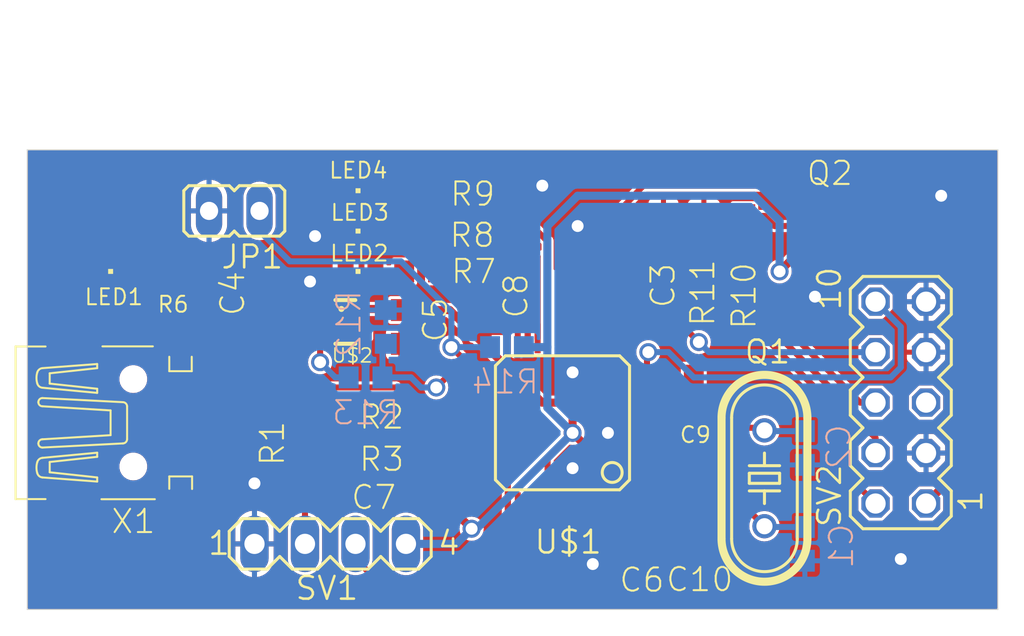
<source format=kicad_pcb>
(kicad_pcb (version 20211014) (generator pcbnew)
  (layers (0 "F.Cu" signal) (31 "B.Cu" signal) (34 "B.Paste" user) (35 "F.Paste" user) (36 "B.SilkS" user "B.Silkscreen") (37 "F.SilkS" user "F.Silkscreen") (38 "B.Mask" user) (39 "F.Mask" user) (44 "Edge.Cuts" user))
  (net 0 "")
  (net 1 "GND")
  (net 2 "+3V3")
  (net 3 "OSC_OUT")
  (net 4 "OSC_IN")
  (net 5 "+5V")
  (net 6 "D-")
  (net 7 "D+")
  (net 8 "USB_ENUMERATE")
  (net 9 "USB_DM")
  (net 10 "USB_DP")
  (net 11 "LED_G")
  (net 12 "LED_R")
  (net 13 "LED_Y1")
  (net 14 "LED_Y0")
  (net 15 "LED2")
  (net 16 "LED1")
  (net 17 "LED0")
  (net 18 "RST")
  (net 19 "TDI")
  (net 20 "TMS")
  (net 21 "TCK")
  (net 22 "TDO")
  (net 23 "PWR_BR")
  (net 24 "TPWR_DETECT")
  (net 25 "TPWR")
  (net 26 "TASTER")
  (net 27 "VBUS")
  (net 28 "RXD")
  (net 29 "TXD")
  (footprint "bmp_entropia:R0603" (layer "F.Cu") (at 143.9011 95.4926 180)
    (fp_text reference "R9" (at -3.7989 0.5176 180) (layer "F.SilkS") (effects (font (size 1.1684 1.1684) (thickness 0.1016)) (justify right top)))
    (fp_text value "470R")
    (pad "1" smd rect (at -0.85 0 180) (size 1 1.1) (layers "F.Cu" "F.Paste" "F.Mask") (net 17 "LED0"))
    (pad "2" smd rect (at 0.85 0 180) (size 1 1.1) (layers "F.Cu" "F.Paste" "F.Mask") (net 14 "LED_Y0"))
  )
  (footprint "bmp_entropia:CHIPLED_0603" (layer "F.Cu") (at 128.4071 99.5566 90)
    (fp_text reference "LED1" (at -0.8184 1.5679 180) (layer "F.SilkS") (effects (font (size 0.8 0.8) (thickness 0.1016)) (justify right top)))
    (fp_text value "green")
    (pad "A" smd rect (at 0 0.75 90) (size 0.8 0.8) (layers "F.Cu" "F.Paste" "F.Mask") (net 11 "LED_G"))
    (pad "C" smd rect (at 0 -0.75 90) (size 0.8 0.8) (layers "F.Cu" "F.Paste" "F.Mask") (net 1 "GND"))
  )
  (footprint "bmp_entropia:C0603" (layer "F.Cu") (at 136.2811 101.0806 90)
    (fp_text reference "C4" (at -0.7944 -1.1811 90) (layer "F.SilkS") (effects (font (size 1.1684 1.1684) (thickness 0.1016)) (justify left bottom)))
    (fp_text value "1u")
    (pad "1" smd rect (at -0.85 0 90) (size 1.1 1) (layers "F.Cu" "F.Paste" "F.Mask") (net 5 "+5V"))
    (pad "2" smd rect (at 0.85 0 90) (size 1.1 1) (layers "F.Cu" "F.Paste" "F.Mask") (net 1 "GND"))
  )
  (footprint "bmp_entropia:C0603" (layer "F.Cu") (at 155.0771 112.7646 -90)
    (fp_text reference "C6" (at 3.0104 1.2771) (layer "F.SilkS") (effects (font (size 1.1684 1.1684) (thickness 0.1016)) (justify left bottom)))
    (fp_text value "100n")
    (pad "1" smd rect (at -0.85 0 270) (size 1.1 1) (layers "F.Cu" "F.Paste" "F.Mask") (net 2 "+3V3"))
    (pad "2" smd rect (at 0.85 0 270) (size 1.1 1) (layers "F.Cu" "F.Paste" "F.Mask") (net 1 "GND"))
  )
  (footprint "bmp_entropia:C0603" (layer "F.Cu") (at 144.4091 110.7326 180)
    (fp_text reference "C7" (at 1.6841 0.4826 180) (layer "F.SilkS") (effects (font (size 1.1684 1.1684) (thickness 0.1016)) (justify right top)))
    (fp_text value "100n")
    (pad "1" smd rect (at -0.85 0 180) (size 1.1 1) (layers "F.Cu" "F.Paste" "F.Mask") (net 2 "+3V3"))
    (pad "2" smd rect (at 0.85 0 180) (size 1.1 1) (layers "F.Cu" "F.Paste" "F.Mask") (net 1 "GND"))
  )
  (footprint "bmp_entropia:R0603" (layer "F.Cu") (at 160.1571 97.5246 -90)
    (fp_text reference "R10" (at 5.0254 -0.6679 -90) (layer "F.SilkS") (effects (font (size 1.1684 1.1684) (thickness 0.1016)) (justify left bottom)))
    (fp_text value "4k7")
    (pad "1" smd rect (at -0.85 0 270) (size 1 1.1) (layers "F.Cu" "F.Paste" "F.Mask") (net 25 "TPWR"))
    (pad "2" smd rect (at 0.85 0 270) (size 1 1.1) (layers "F.Cu" "F.Paste" "F.Mask") (net 24 "TPWR_DETECT"))
  )
  (footprint "bmp_entropia:R0603" (layer "F.Cu") (at 143.9011 99.5566 180)
    (fp_text reference "R7" (at -3.8489 0.6816 180) (layer "F.SilkS") (effects (font (size 1.1684 1.1684) (thickness 0.1016)) (justify right top)))
    (fp_text value "470R")
    (pad "1" smd rect (at -0.85 0 180) (size 1 1.1) (layers "F.Cu" "F.Paste" "F.Mask") (net 15 "LED2"))
    (pad "2" smd rect (at 0.85 0 180) (size 1 1.1) (layers "F.Cu" "F.Paste" "F.Mask") (net 12 "LED_R"))
  )
  (footprint "bmp_entropia:MA04-1" (layer "F.Cu") (at 139.3291 113.2726)
    (fp_text reference "SV1" (at -1.8291 2.9024) (layer "F.SilkS") (effects (font (size 1.143 1.143) (thickness 0.127)) (justify left bottom)))
    (fp_text value "")
    (fp_text user "1" (at -6.223 0.635) (layer "F.SilkS") (effects (font (size 1.143 1.143) (thickness 0.127)) (justify left bottom)))
    (fp_text user "4" (at 5.334 0.635) (layer "F.SilkS") (effects (font (size 1.143 1.143) (thickness 0.127)) (justify left bottom)))
    (pad "1" thru_hole oval (at -3.81 0 90) (size 2.8448 1.4224) (drill 1.016) (layers *.Cu *.Mask) (net 1 "GND"))
    (pad "2" thru_hole oval (at -1.27 0 90) (size 2.8448 1.4224) (drill 1.016) (layers *.Cu *.Mask) (net 28 "RXD"))
    (pad "3" thru_hole oval (at 1.27 0 90) (size 2.8448 1.4224) (drill 1.016) (layers *.Cu *.Mask) (net 29 "TXD"))
    (pad "4" thru_hole oval (at 3.81 0 90) (size 2.8448 1.4224) (drill 1.016) (layers *.Cu *.Mask) (net 2 "+3V3"))
  )
  (footprint "bmp_entropia:CHIPLED_0603" (layer "F.Cu") (at 140.8531 97.5246 90)
    (fp_text reference "LED3" (at 1.3996 1.4969 180) (layer "F.SilkS") (effects (font (size 0.8 0.8) (thickness 0.1016)) (justify right top)))
    (fp_text value "yellow")
    (pad "A" smd rect (at 0 0.75 90) (size 0.8 0.8) (layers "F.Cu" "F.Paste" "F.Mask") (net 13 "LED_Y1"))
    (pad "C" smd rect (at 0 -0.75 90) (size 0.8 0.8) (layers "F.Cu" "F.Paste" "F.Mask") (net 1 "GND"))
  )
  (footprint "bmp_entropia:R0603" (layer "F.Cu") (at 136.5351 105.6526 -90)
    (fp_text reference "R1" (at 3.7724 -0.5649 -90) (layer "F.SilkS") (effects (font (size 1.1684 1.1684) (thickness 0.1016)) (justify left bottom)))
    (fp_text value "1k5")
    (pad "1" smd rect (at -0.85 0 270) (size 1 1.1) (layers "F.Cu" "F.Paste" "F.Mask") (net 8 "USB_ENUMERATE"))
    (pad "2" smd rect (at 0.85 0 270) (size 1 1.1) (layers "F.Cu" "F.Paste" "F.Mask") (net 6 "D-"))
  )
  (footprint "bmp_entropia:MA05-2" (layer "F.Cu") (at 168.0311 106.1606 90)
    (fp_text reference "SV2" (at -6.35 -2.921 90) (layer "F.SilkS") (effects (font (size 1.143 1.143) (thickness 0.127)) (justify left bottom)))
    (fp_text value "")
    (fp_text user "1" (at -5.588 4.191 90) (layer "F.SilkS") (effects (font (size 1.143 1.143) (thickness 0.127)) (justify left bottom)))
    (fp_text user "10" (at 4.572 -2.921 90) (layer "F.SilkS") (effects (font (size 1.143 1.143) (thickness 0.127)) (justify left bottom)))
    (pad "1" thru_hole roundrect (at -5.08 1.27 90) (size 1.4224 1.4224) (drill 1.016) (layers *.Cu *.Mask) (chamfer_ratio 0.2928932188) (chamfer top_left top_right bottom_left bottom_right) (net 25 "TPWR"))
    (pad "2" thru_hole roundrect (at -5.08 -1.27 90) (size 1.4224 1.4224) (drill 1.016) (layers *.Cu *.Mask) (chamfer_ratio 0.2928932188) (chamfer top_left top_right bottom_left bottom_right) (net 20 "TMS"))
    (pad "3" thru_hole roundrect (at -2.54 1.27 90) (size 1.4224 1.4224) (drill 1.016) (layers *.Cu *.Mask) (chamfer_ratio 0.2928932188) (chamfer top_left top_right bottom_left bottom_right) (net 1 "GND"))
    (pad "4" thru_hole roundrect (at -2.54 -1.27 90) (size 1.4224 1.4224) (drill 1.016) (layers *.Cu *.Mask) (chamfer_ratio 0.2928932188) (chamfer top_left top_right bottom_left bottom_right) (net 21 "TCK"))
    (pad "5" thru_hole roundrect (at 0 1.27 90) (size 1.4224 1.4224) (drill 1.016) (layers *.Cu *.Mask) (chamfer_ratio 0.2928932188) (chamfer top_left top_right bottom_left bottom_right))
    (pad "6" thru_hole roundrect (at 0 -1.27 90) (size 1.4224 1.4224) (drill 1.016) (layers *.Cu *.Mask) (chamfer_ratio 0.2928932188) (chamfer top_left top_right bottom_left bottom_right) (net 22 "TDO"))
    (pad "7" thru_hole roundrect (at 2.54 1.27 90) (size 1.4224 1.4224) (drill 1.016) (layers *.Cu *.Mask) (chamfer_ratio 0.2928932188) (chamfer top_left top_right bottom_left bottom_right) (net 1 "GND"))
    (pad "8" thru_hole roundrect (at 2.54 -1.27 90) (size 1.4224 1.4224) (drill 1.016) (layers *.Cu *.Mask) (chamfer_ratio 0.2928932188) (chamfer top_left top_right bottom_left bottom_right) (net 19 "TDI"))
    (pad "9" thru_hole roundrect (at 5.08 1.27 90) (size 1.4224 1.4224) (drill 1.016) (layers *.Cu *.Mask) (chamfer_ratio 0.2928932188) (chamfer top_left top_right bottom_left bottom_right) (net 1 "GND"))
    (pad "10" thru_hole roundrect (at 5.08 -1.27 90) (size 1.4224 1.4224) (drill 1.016) (layers *.Cu *.Mask) (chamfer_ratio 0.2928932188) (chamfer top_left top_right bottom_left bottom_right) (net 18 "RST"))
  )
  (footprint "bmp_entropia:SOT23" (layer "F.Cu") (at 164.4751 97.2706 -90)
    (fp_text reference "Q2" (at -1.9706 1.2501) (layer "F.SilkS") (effects (font (size 1.1684 1.1684) (thickness 0.1016)) (justify left bottom)))
    (fp_text value "IRLML5103")
    (pad "1" smd rect (at -0.95 1.1 270) (size 1 1.4) (layers "F.Cu" "F.Paste" "F.Mask") (net 23 "PWR_BR"))
    (pad "2" smd rect (at 0.95 1.1 270) (size 1 1.4) (layers "F.Cu" "F.Paste" "F.Mask") (net 2 "+3V3"))
    (pad "3" smd rect (at 0 -1.1 270) (size 1 1.4) (layers "F.Cu" "F.Paste" "F.Mask") (net 25 "TPWR"))
  )
  (footprint "bmp_entropia:32005-301" (layer "F.Cu") (at 129.4231 107.1766)
    (fp_text reference "X1" (at -1.1731 5.6484) (layer "F.SilkS") (effects (font (size 1.1684 1.1684) (thickness 0.1016)) (justify left bottom)))
    (fp_text value "MINI-USB-32005-301")
    (pad "" np_thru_hole circle (at 0 2.2) (size 0.9 0.9) (drill 0.9) (layers *.Cu *.Mask))
    (pad "" np_thru_hole circle (at 0 -2.2) (size 0.9 0.9) (drill 0.9) (layers *.Cu *.Mask))
    (pad "1" smd rect (at 3 -1.6) (size 3.1 0.5) (layers "F.Cu" "F.Paste" "F.Mask") (net 5 "+5V"))
    (pad "2" smd rect (at 3 -0.8) (size 3.1 0.5) (layers "F.Cu" "F.Paste" "F.Mask") (net 6 "D-"))
    (pad "3" smd rect (at 3 0) (size 3.1 0.5) (layers "F.Cu" "F.Paste" "F.Mask") (net 7 "D+"))
    (pad "4" smd rect (at 3 0.8) (size 3.1 0.5) (layers "F.Cu" "F.Paste" "F.Mask") (net 1 "GND"))
    (pad "5" smd rect (at 3 1.6) (size 3.1 0.5) (layers "F.Cu" "F.Paste" "F.Mask") (net 1 "GND"))
    (pad "M1" smd rect (at -3 4.45) (size 2.5 2) (layers "F.Cu" "F.Paste" "F.Mask"))
    (pad "M2" smd rect (at -3 -4.45) (size 2.5 2) (layers "F.Cu" "F.Paste" "F.Mask"))
    (pad "M3" smd rect (at 2.9 -4.45) (size 3.3 2) (layers "F.Cu" "F.Paste" "F.Mask"))
    (pad "M4" smd rect (at 2.9 4.45) (size 3.3 2) (layers "F.Cu" "F.Paste" "F.Mask"))
  )
  (footprint "bmp_entropia:C0603" (layer "F.Cu") (at 142.8851 102.3506 -90)
    (fp_text reference "C5" (at 0.8494 -2.4149 -90) (layer "F.SilkS") (effects (font (size 1.1684 1.1684) (thickness 0.1016)) (justify left bottom)))
    (fp_text value "2u2")
    (pad "1" smd rect (at -0.85 0 270) (size 1.1 1) (layers "F.Cu" "F.Paste" "F.Mask") (net 2 "+3V3"))
    (pad "2" smd rect (at 0.85 0 270) (size 1.1 1) (layers "F.Cu" "F.Paste" "F.Mask") (net 1 "GND"))
  )
  (footprint "bmp_entropia:R0603" (layer "F.Cu") (at 143.9011 97.5246 180)
    (fp_text reference "R8" (at -3.7739 0.4746 180) (layer "F.SilkS") (effects (font (size 1.1684 1.1684) (thickness 0.1016)) (justify right top)))
    (fp_text value "470R")
    (pad "1" smd rect (at -0.85 0 180) (size 1 1.1) (layers "F.Cu" "F.Paste" "F.Mask") (net 16 "LED1"))
    (pad "2" smd rect (at 0.85 0 180) (size 1 1.1) (layers "F.Cu" "F.Paste" "F.Mask") (net 13 "LED_Y1"))
  )
  (footprint "bmp_entropia:R0603" (layer "F.Cu") (at 131.4551 99.5566 180)
    (fp_text reference "R6" (at -0.8199 -1.1934 180) (layer "F.SilkS") (effects (font (size 0.8 0.8) (thickness 0.1016)) (justify right top)))
    (fp_text value "470R")
    (pad "1" smd rect (at -0.85 0 180) (size 1 1.1) (layers "F.Cu" "F.Paste" "F.Mask") (net 5 "+5V"))
    (pad "2" smd rect (at 0.85 0 180) (size 1 1.1) (layers "F.Cu" "F.Paste" "F.Mask") (net 11 "LED_G"))
  )
  (footprint "bmp_entropia:SC70-5L" (layer "F.Cu") (at 140.0911 102.0966 -90)
    (fp_text reference "U$2" (at 2.1034 0.7411) (layer "F.SilkS") (effects (font (size 0.7 0.7) (thickness 0.08128)) (justify left bottom)))
    (fp_text value "TLV70033DCK")
    (pad "1" smd rect (at -0.65 0.85 270) (size 0.35 0.8) (layers "F.Cu" "F.Paste" "F.Mask") (net 5 "+5V"))
    (pad "2" smd rect (at 0 0.85 270) (size 0.35 0.8) (layers "F.Cu" "F.Paste" "F.Mask") (net 1 "GND"))
    (pad "3" smd rect (at 0.65 0.85 270) (size 0.35 0.8) (layers "F.Cu" "F.Paste" "F.Mask") (net 5 "+5V"))
    (pad "4" smd rect (at 0.65 -0.85 270) (size 0.35 0.8) (layers "F.Cu" "F.Paste" "F.Mask"))
    (pad "5" smd rect (at -0.65 -0.85 270) (size 0.35 0.8) (layers "F.Cu" "F.Paste" "F.Mask") (net 2 "+3V3"))
  )
  (footprint "bmp_entropia:CHIPLED_0603" (layer "F.Cu") (at 140.8531 95.4926 90)
    (fp_text reference "LED4" (at 1.4926 1.4219 180) (layer "F.SilkS") (effects (font (size 0.8 0.8) (thickness 0.1016)) (justify right top)))
    (fp_text value "yellow")
    (pad "A" smd rect (at 0 0.75 90) (size 0.8 0.8) (layers "F.Cu" "F.Paste" "F.Mask") (net 14 "LED_Y0"))
    (pad "C" smd rect (at 0 -0.75 90) (size 0.8 0.8) (layers "F.Cu" "F.Paste" "F.Mask") (net 1 "GND"))
  )
  (footprint "bmp_entropia:R0603" (layer "F.Cu") (at 158.1251 97.5246 -90)
    (fp_text reference "R11" (at 4.8754 -0.6249 -90) (layer "F.SilkS") (effects (font (size 1.1684 1.1684) (thickness 0.1016)) (justify left bottom)))
    (fp_text value "10k")
    (pad "1" smd rect (at -0.85 0 270) (size 1 1.1) (layers "F.Cu" "F.Paste" "F.Mask") (net 1 "GND"))
    (pad "2" smd rect (at 0.85 0 270) (size 1 1.1) (layers "F.Cu" "F.Paste" "F.Mask") (net 24 "TPWR_DETECT"))
  )
  (footprint "bmp_entropia:R0603" (layer "F.Cu") (at 139.3291 106.6686 180)
    (fp_text reference "R2" (at -3.7959 0.4686 180) (layer "F.SilkS") (effects (font (size 1.1684 1.1684) (thickness 0.1016)) (justify right top)))
    (fp_text value "22R")
    (pad "1" smd rect (at -0.85 0 180) (size 1 1.1) (layers "F.Cu" "F.Paste" "F.Mask") (net 9 "USB_DM"))
    (pad "2" smd rect (at 0.85 0 180) (size 1 1.1) (layers "F.Cu" "F.Paste" "F.Mask") (net 6 "D-"))
  )
  (footprint "bmp_entropia:C0603" (layer "F.Cu") (at 156.0931 97.5246 90)
    (fp_text reference "C3" (at -3.9504 0.6569 90) (layer "F.SilkS") (effects (font (size 1.1684 1.1684) (thickness 0.1016)) (justify left bottom)))
    (fp_text value "100n")
    (pad "1" smd rect (at -0.85 0 90) (size 1.1 1) (layers "F.Cu" "F.Paste" "F.Mask") (net 24 "TPWR_DETECT"))
    (pad "2" smd rect (at 0.85 0 90) (size 1.1 1) (layers "F.Cu" "F.Paste" "F.Mask") (net 1 "GND"))
  )
  (footprint "bmp_entropia:C0603" (layer "F.Cu") (at 157.1091 112.7646 -90)
    (fp_text reference "C10" (at 2.9854 0.9591) (layer "F.SilkS") (effects (font (size 1.1684 1.1684) (thickness 0.1016)) (justify left bottom)))
    (fp_text value "2u2")
    (pad "1" smd rect (at -0.85 0 270) (size 1.1 1) (layers "F.Cu" "F.Paste" "F.Mask") (net 2 "+3V3"))
    (pad "2" smd rect (at 0.85 0 270) (size 1.1 1) (layers "F.Cu" "F.Paste" "F.Mask") (net 1 "GND"))
  )
  (footprint "bmp_entropia:TQFP48" (layer "F.Cu") (at 151.0131 107.1766 90)
    (fp_text reference "U$1" (at -6.6734 -1.4881 180) (layer "F.SilkS") (effects (font (size 1.143 1.143) (thickness 0.127)) (justify left bottom)))
    (fp_text value "STM32F_48PIN")
    (pad "1" smd rect (at -2.75 4.25 90) (size 0.3 1.5) (layers "F.Cu" "F.Paste" "F.Mask") (net 2 "+3V3"))
    (pad "2" smd rect (at -2.25 4.25 90) (size 0.3 1.5) (layers "F.Cu" "F.Paste" "F.Mask"))
    (pad "3" smd rect (at -1.75 4.25 90) (size 0.3 1.5) (layers "F.Cu" "F.Paste" "F.Mask"))
    (pad "4" smd rect (at -1.25 4.25 90) (size 0.3 1.5) (layers "F.Cu" "F.Paste" "F.Mask"))
    (pad "5" smd rect (at -0.75 4.25 90) (size 0.3 1.5) (layers "F.Cu" "F.Paste" "F.Mask") (net 4 "OSC_IN"))
    (pad "6" smd rect (at -0.25 4.25 90) (size 0.3 1.5) (layers "F.Cu" "F.Paste" "F.Mask") (net 3 "OSC_OUT"))
    (pad "7" smd rect (at 0.25 4.25 90) (size 0.3 1.5) (layers "F.Cu" "F.Paste" "F.Mask"))
    (pad "8" smd rect (at 0.75 4.25 90) (size 0.3 1.5) (layers "F.Cu" "F.Paste" "F.Mask") (net 1 "GND"))
    (pad "9" smd rect (at 1.25 4.25 90) (size 0.3 1.5) (layers "F.Cu" "F.Paste" "F.Mask") (net 2 "+3V3"))
    (pad "10" smd rect (at 1.75 4.25 90) (size 0.3 1.5) (layers "F.Cu" "F.Paste" "F.Mask"))
    (pad "11" smd rect (at 2.25 4.25 90) (size 0.3 1.5) (layers "F.Cu" "F.Paste" "F.Mask"))
    (pad "12" smd rect (at 2.75 4.25 90) (size 0.3 1.5) (layers "F.Cu" "F.Paste" "F.Mask") (net 18 "RST"))
    (pad "13" smd rect (at 4.25 2.75 90) (size 1.5 0.3) (layers "F.Cu" "F.Paste" "F.Mask") (net 19 "TDI"))
    (pad "14" smd rect (at 4.25 2.25 90) (size 1.5 0.3) (layers "F.Cu" "F.Paste" "F.Mask") (net 20 "TMS"))
    (pad "15" smd rect (at 4.25 1.75 90) (size 1.5 0.3) (layers "F.Cu" "F.Paste" "F.Mask") (net 21 "TCK"))
    (pad "16" smd rect (at 4.25 1.25 90) (size 1.5 0.3) (layers "F.Cu" "F.Paste" "F.Mask") (net 22 "TDO"))
    (pad "17" smd rect (at 4.25 0.75 90) (size 1.5 0.3) (layers "F.Cu" "F.Paste" "F.Mask"))
    (pad "18" smd rect (at 4.25 0.25 90) (size 1.5 0.3) (layers "F.Cu" "F.Paste" "F.Mask") (net 24 "TPWR_DETECT"))
    (pad "19" smd rect (at 4.25 -0.25 90) (size 1.5 0.3) (layers "F.Cu" "F.Paste" "F.Mask") (net 23 "PWR_BR"))
    (pad "20" smd rect (at 4.25 -0.75 90) (size 1.5 0.3) (layers "F.Cu" "F.Paste" "F.Mask") (net 17 "LED0"))
    (pad "21" smd rect (at 4.25 -1.25 90) (size 1.5 0.3) (layers "F.Cu" "F.Paste" "F.Mask") (net 16 "LED1"))
    (pad "22" smd rect (at 4.25 -1.75 90) (size 1.5 0.3) (layers "F.Cu" "F.Paste" "F.Mask") (net 15 "LED2"))
    (pad "23" smd rect (at 4.25 -2.25 90) (size 1.5 0.3) (layers "F.Cu" "F.Paste" "F.Mask") (net 1 "GND"))
    (pad "24" smd rect (at 4.25 -2.75 90) (size 1.5 0.3) (layers "F.Cu" "F.Paste" "F.Mask") (net 2 "+3V3"))
    (pad "25" smd rect (at 2.75 -4.25 90) (size 0.3 1.5) (layers "F.Cu" "F.Paste" "F.Mask") (net 26 "TASTER"))
    (pad "26" smd rect (at 2.25 -4.25 90) (size 0.3 1.5) (layers "F.Cu" "F.Paste" "F.Mask") (net 27 "VBUS"))
    (pad "27" smd rect (at 1.75 -4.25 90) (size 0.3 1.5) (layers "F.Cu" "F.Paste" "F.Mask"))
    (pad "28" smd rect (at 1.25 -4.25 90) (size 0.3 1.5) (layers "F.Cu" "F.Paste" "F.Mask"))
    (pad "29" smd rect (at 0.75 -4.25 90) (size 0.3 1.5) (layers "F.Cu" "F.Paste" "F.Mask") (net 8 "USB_ENUMERATE"))
    (pad "30" smd rect (at 0.25 -4.25 90) (size 0.3 1.5) (layers "F.Cu" "F.Paste" "F.Mask") (net 29 "TXD"))
    (pad "31" smd rect (at -0.25 -4.25 90) (size 0.3 1.5) (layers "F.Cu" "F.Paste" "F.Mask") (net 28 "RXD"))
    (pad "32" smd rect (at -0.75 -4.25 90) (size 0.3 1.5) (layers "F.Cu" "F.Paste" "F.Mask") (net 9 "USB_DM"))
    (pad "33" smd rect (at -1.25 -4.25 90) (size 0.3 1.5) (layers "F.Cu" "F.Paste" "F.Mask") (net 10 "USB_DP"))
    (pad "34" smd rect (at -1.75 -4.25 90) (size 0.3 1.5) (layers "F.Cu" "F.Paste" "F.Mask") (net 28 "RXD"))
    (pad "35" smd rect (at -2.25 -4.25 90) (size 0.3 1.5) (layers "F.Cu" "F.Paste" "F.Mask") (net 1 "GND"))
    (pad "36" smd rect (at -2.75 -4.25 90) (size 0.3 1.5) (layers "F.Cu" "F.Paste" "F.Mask") (net 2 "+3V3"))
    (pad "37" smd rect (at -4.25 -2.75 90) (size 1.5 0.3) (layers "F.Cu" "F.Paste" "F.Mask") (net 29 "TXD"))
    (pad "38" smd rect (at -4.25 -2.25 90) (size 1.5 0.3) (layers "F.Cu" "F.Paste" "F.Mask"))
    (pad "39" smd rect (at -4.25 -1.75 90) (size 1.5 0.3) (layers "F.Cu" "F.Paste" "F.Mask"))
    (pad "40" smd rect (at -4.25 -1.25 90) (size 1.5 0.3) (layers "F.Cu" "F.Paste" "F.Mask") (net 2 "+3V3"))
    (pad "41" smd rect (at -4.25 -0.75 90) (size 1.5 0.3) (layers "F.Cu" "F.Paste" "F.Mask") (net 2 "+3V3"))
    (pad "42" smd rect (at -4.25 -0.25 90) (size 1.5 0.3) (layers "F.Cu" "F.Paste" "F.Mask"))
    (pad "43" smd rect (at -4.25 0.25 90) (size 1.5 0.3) (layers "F.Cu" "F.Paste" "F.Mask"))
    (pad "44" smd rect (at -4.25 0.75 90) (size 1.5 0.3) (layers "F.Cu" "F.Paste" "F.Mask") (net 1 "GND"))
    (pad "45" smd rect (at -4.25 1.25 90) (size 1.5 0.3) (layers "F.Cu" "F.Paste" "F.Mask"))
    (pad "46" smd rect (at -4.25 1.75 90) (size 1.5 0.3) (layers "F.Cu" "F.Paste" "F.Mask"))
    (pad "47" smd rect (at -4.25 2.25 90) (size 1.5 0.3) (layers "F.Cu" "F.Paste" "F.Mask") (net 1 "GND"))
    (pad "48" smd rect (at -4.25 2.75 90) (size 1.5 0.3) (layers "F.Cu" "F.Paste" "F.Mask") (net 2 "+3V3"))
  )
  (footprint "bmp_entropia:JP1" (layer "F.Cu") (at 134.5031 96.5086 90)
    (fp_text reference "JP1" (at -1.651 2.54 180) (layer "F.SilkS") (effects (font (size 1.143 1.143) (thickness 0.127)) (justify right top)))
    (fp_text value "")
    (pad "1" thru_hole oval (at 0 1.27 90) (size 2.6416 1.3208) (drill 0.9144) (layers *.Cu *.Mask) (net 26 "TASTER"))
    (pad "2" thru_hole oval (at 0 -1.27 90) (size 2.6416 1.3208) (drill 0.9144) (layers *.Cu *.Mask) (net 1 "GND"))
  )
  (footprint "bmp_entropia:C0603" (layer "F.Cu") (at 157.6171 105.6526 -90)
    (fp_text reference "C9" (at 2.5974 0.7671) (layer "F.SilkS") (effects (font (size 0.8 0.8) (thickness 0.1016)) (justify left bottom)))
    (fp_text value "100n")
    (pad "1" smd rect (at -0.85 0 270) (size 1.1 1) (layers "F.Cu" "F.Paste" "F.Mask") (net 2 "+3V3"))
    (pad "2" smd rect (at 0.85 0 270) (size 1.1 1) (layers "F.Cu" "F.Paste" "F.Mask") (net 1 "GND"))
  )
  (footprint "bmp_entropia:R0603" (layer "F.Cu") (at 139.3291 108.7006 180)
    (fp_text reference "R3" (at -3.7959 0.3756 180) (layer "F.SilkS") (effects (font (size 1.1684 1.1684) (thickness 0.1016)) (justify right top)))
    (fp_text value "22R")
    (pad "1" smd rect (at -0.85 0 180) (size 1 1.1) (layers "F.Cu" "F.Paste" "F.Mask") (net 10 "USB_DP"))
    (pad "2" smd rect (at 0.85 0 180) (size 1 1.1) (layers "F.Cu" "F.Paste" "F.Mask") (net 7 "D+"))
  )
  (footprint "bmp_entropia:C0603" (layer "F.Cu") (at 146.9491 101.5886 90)
    (fp_text reference "C8" (at -0.4114 2.4009 90) (layer "F.SilkS") (effects (font (size 1.1684 1.1684) (thickness 0.1016)) (justify left bottom)))
    (fp_text value "100n")
    (pad "1" smd rect (at -0.85 0 90) (size 1.1 1) (layers "F.Cu" "F.Paste" "F.Mask") (net 2 "+3V3"))
    (pad "2" smd rect (at 0.85 0 90) (size 1.1 1) (layers "F.Cu" "F.Paste" "F.Mask") (net 1 "GND"))
  )
  (footprint "bmp_entropia:CHIPLED_0603" (layer "F.Cu") (at 140.8531 99.5566 90)
    (fp_text reference "LED2" (at 1.3816 1.4719 180) (layer "F.SilkS") (effects (font (size 0.8 0.8) (thickness 0.1016)) (justify right top)))
    (fp_text value "red")
    (pad "A" smd rect (at 0 0.75 90) (size 0.8 0.8) (layers "F.Cu" "F.Paste" "F.Mask") (net 12 "LED_R"))
    (pad "C" smd rect (at 0 -0.75 90) (size 0.8 0.8) (layers "F.Cu" "F.Paste" "F.Mask") (net 1 "GND"))
  )
  (footprint "bmp_entropia:HC49_S" (layer "F.Cu") (at 161.1731 109.9706 90)
    (fp_text reference "Q1" (at 5.6956 -1.0731 180) (layer "F.SilkS") (effects (font (size 1.143 1.143) (thickness 0.127)) (justify left bottom)))
    (fp_text value "8MHz")
    (pad "1" thru_hole circle (at -2.413 0 90) (size 1.2192 1.2192) (drill 0.8128) (layers *.Cu *.Mask) (net 4 "OSC_IN"))
    (pad "2" thru_hole circle (at 2.413 0 90) (size 1.2192 1.2192) (drill 0.8128) (layers *.Cu *.Mask) (net 3 "OSC_OUT"))
  )
  (footprint "bmp_entropia:R0603" (layer "B.Cu") (at 141.1071 104.8906)
    (fp_text reference "R13" (at 1.7679 2.4594 180) (layer "B.SilkS") (effects (font (size 1.1684 1.1684) (thickness 0.1016)) (justify left bottom mirror)))
    (fp_text value "4k7")
    (pad "1" smd rect (at -0.85 0) (size 1 1.1) (layers "B.Cu" "B.Paste" "B.Mask") (net 5 "+5V"))
    (pad "2" smd rect (at 0.85 0) (size 1 1.1) (layers "B.Cu" "B.Paste" "B.Mask") (net 27 "VBUS"))
  )
  (footprint "bmp_entropia:C0603" (layer "B.Cu") (at 163.2051 108.4466 90)
    (fp_text reference "C2" (at 1.2716 2.3949 270) (layer "B.SilkS") (effects (font (size 1.1684 1.1684) (thickness 0.1016)) (justify left bottom mirror)))
    (fp_text value "27p")
    (pad "1" smd rect (at -0.85 0 90) (size 1.1 1) (layers "B.Cu" "B.Paste" "B.Mask") (net 1 "GND"))
    (pad "2" smd rect (at 0.85 0 90) (size 1.1 1) (layers "B.Cu" "B.Paste" "B.Mask") (net 3 "OSC_OUT"))
  )
  (footprint "bmp_entropia:C0603" (layer "B.Cu") (at 163.2051 113.2726 90)
    (fp_text reference "C1" (at 1.0976 2.5199 270) (layer "B.SilkS") (effects (font (size 1.1684 1.1684) (thickness 0.1016)) (justify left bottom mirror)))
    (fp_text value "27p")
    (pad "1" smd rect (at -0.85 0 90) (size 1.1 1) (layers "B.Cu" "B.Paste" "B.Mask") (net 1 "GND"))
    (pad "2" smd rect (at 0.85 0 90) (size 1.1 1) (layers "B.Cu" "B.Paste" "B.Mask") (net 4 "OSC_IN"))
  )
  (footprint "bmp_entropia:R0603" (layer "B.Cu") (at 148.2191 103.3666)
    (fp_text reference "R14" (at 1.6809 2.4334 180) (layer "B.SilkS") (effects (font (size 1.1684 1.1684) (thickness 0.1016)) (justify left bottom mirror)))
    (fp_text value "10k")
    (pad "1" smd rect (at -0.85 0) (size 1 1.1) (layers "B.Cu" "B.Paste" "B.Mask") (net 26 "TASTER"))
    (pad "2" smd rect (at 0.85 0) (size 1 1.1) (layers "B.Cu" "B.Paste" "B.Mask") (net 2 "+3V3"))
  )
  (footprint "bmp_entropia:R0603" (layer "B.Cu") (at 142.1231 102.3506 -90)
    (fp_text reference "R12" (at -1.9256 1.1731 90) (layer "B.SilkS") (effects (font (size 1.1684 1.1684) (thickness 0.1016)) (justify left bottom mirror)))
    (fp_text value "10k")
    (pad "1" smd rect (at -0.85 0 270) (size 1 1.1) (layers "B.Cu" "B.Paste" "B.Mask") (net 1 "GND"))
    (pad "2" smd rect (at 0.85 0 270) (size 1 1.1) (layers "B.Cu" "B.Paste" "B.Mask") (net 27 "VBUS"))
  )
  (gr_line (start 172.9131 116.5746) (end 172.9131 93.4326) (layer "Edge.Cuts") (width 0.05))
  (gr_line (start 124.0891 116.5746) (end 172.9131 116.5746) (layer "Edge.Cuts") (width 0.05))
  (gr_line (start 172.9131 93.4326) (end 124.0891 93.4326) (layer "Edge.Cuts") (width 0.05))
  (gr_line (start 124.0891 93.4326) (end 124.0891 116.5746) (layer "Edge.Cuts") (width 0.05))
  (gr_text "BMP" (at 126.1211 97.5246) (layer "F.Cu") (effects (font (size 1.52908 1.52908) (thickness 0.24892)) (justify left bottom)))
  (gr_text "v1.0" (at 125.8671 115.0506) (layer "F.Cu") (effects (font (size 1.52908 1.52908) (thickness 0.24892)) (justify left bottom)))
  (via (at 163.7131 100.8266) (size 0.9048) (drill 0.6) (layers "F.Cu" "B.Cu") (net 1))
  (via (at 151.7751 97.2706) (size 0.9048) (drill 0.6) (layers "F.Cu" "B.Cu") (net 1))
  (via (at 138.3131 100.0646) (size 0.9048) (drill 0.6) (layers "F.Cu" "B.Cu") (net 1))
  (via (at 151.5211 104.6366) (size 0.9048) (drill 0.6) (layers "F.Cu" "B.Cu") (net 1))
  (via (at 170.0631 95.7466) (size 0.9048) (drill 0.6) (layers "F.Cu" "B.Cu") (net 1))
  (via (at 135.5191 110.2246) (size 0.9048) (drill 0.6) (layers "F.Cu" "B.Cu") (net 1))
  (via (at 152.5371 114.2886) (size 0.9048) (drill 0.6) (layers "F.Cu" "B.Cu") (net 1))
  (via (at 151.5211 109.4626) (size 0.9048) (drill 0.6) (layers "F.Cu" "B.Cu") (net 1))
  (via (at 138.5671 97.7786) (size 0.9048) (drill 0.6) (layers "F.Cu" "B.Cu") (net 1))
  (via (at 149.9971 95.2386) (size 0.9048) (drill 0.6) (layers "F.Cu" "B.Cu") (net 1))
  (via (at 153.2991 107.6846) (size 0.9048) (drill 0.6) (layers "F.Cu" "B.Cu") (net 1))
  (via (at 168.0311 114.0346) (size 0.9048) (drill 0.6) (layers "F.Cu" "B.Cu") (net 1))
  (segment (start 155.2631 109.9266) (end 153.7631 109.9266) (width 0.3048) (layer "F.Cu") (net 2))
  (segment (start 146.7631 109.9266) (end 146.0651 109.9266) (width 0.3048) (layer "F.Cu") (net 2))
  (segment (start 148.2631 102.6486) (end 148.2191 102.6046) (width 0.3048) (layer "F.Cu") (net 2))
  (segment (start 149.9971 106.1606) (end 151.5211 106.1606) (width 0.4064) (layer "F.Cu") (net 2))
  (segment (start 146.9491 102.4386) (end 146.9491 102.6046) (width 0.4064) (layer "F.Cu") (net 2))
  (segment (start 142.8311 101.4466) (end 142.8851 101.5006) (width 0.4064) (layer "F.Cu") (net 2))
  (segment (start 153.3191 105.9266) (end 153.2991 105.9066) (width 0.3048) (layer "F.Cu") (net 2))
  (segment (start 145.2591 111.3286) (end 146.4411 112.5106) (width 0.4064) (layer "F.Cu") (net 2))
  (segment (start 155.0771 111.9146) (end 155.0771 111.5386) (width 0.4064) (layer "F.Cu") (net 2))
  (segment (start 146.6951 102.8586) (end 149.9971 106.1606) (width 0.4064) (layer "F.Cu") (net 2))
  (segment (start 149.7631 111.4266) (end 150.2631 111.4266) (width 0.3048) (layer "F.Cu") (net 2))
  (segment (start 148.2631 102.9266) (end 148.2631 102.6486) (width 0.3048) (layer "F.Cu") (net 2))
  (segment (start 153.7631 109.9266) (end 151.5211 107.6846) (width 0.4064) (layer "F.Cu") (net 2))
  (segment (start 153.7631 109.9266) (end 154.8231 110.9866) (width 0.4064) (layer "F.Cu") (net 2))
  (segment (start 151.5211 107.6846) (end 151.5211 106.1606) (width 0.4064) (layer "F.Cu") (net 2))
  (segment (start 154.8231 111.6606) (end 155.0771 111.9146) (width 0.4064) (layer "F.Cu") (net 2))
  (segment (start 155.2631 105.9266) (end 156.4931 105.9266) (width 0.3048) (layer "F.Cu") (net 2))
  (segment (start 154.8231 110.9866) (end 154.8231 111.6606) (width 0.4064) (layer "F.Cu") (net 2))
  (segment (start 140.9411 101.4466) (end 142.8311 101.4466) (width 0.4064) (layer "F.Cu") (net 2))
  (segment (start 146.0651 109.9266) (end 145.2591 110.7326) (width 0.3048) (layer "F.Cu") (net 2))
  (segment (start 154.5891 111.4266) (end 155.0771 111.9146) (width 0.3048) (layer "F.Cu") (net 2))
  (segment (start 153.7631 111.4266) (end 154.5891 111.4266) (width 0.3048) (layer "F.Cu") (net 2))
  (segment (start 145.2591 110.7326) (end 145.2591 111.3286) (width 0.4064) (layer "F.Cu") (net 2))
  (segment (start 142.8851 101.5006) (end 145.3371 101.5006) (width 0.4064) (layer "F.Cu") (net 2))
  (segment (start 145.3371 101.5006) (end 146.6951 102.8586) (width 0.4064) (layer "F.Cu") (net 2))
  (segment (start 156.4931 105.9266) (end 157.6171 104.8026) (width 0.3048) (layer "F.Cu") (net 2))
  (segment (start 163.2711 98.2206) (end 161.9351 99.5566) (width 0.4064) (layer "F.Cu") (net 2))
  (segment (start 150.2631 111.4266) (end 150.2631 108.9426) (width 0.3048) (layer "F.Cu") (net 2))
  (segment (start 150.2631 108.9426) (end 151.5211 107.6846) (width 0.3048) (layer "F.Cu") (net 2))
  (segment (start 153.0851 106.1606) (end 153.3191 105.9266) (width 0.4064) (layer "F.Cu") (net 2))
  (segment (start 147.1151 102.6046) (end 146.9491 102.4386) (width 0.3048) (layer "F.Cu") (net 2))
  (segment (start 148.2191 102.6046) (end 147.1151 102.6046) (width 0.3048) (layer "F.Cu") (net 2))
  (segment (start 151.5211 106.1606) (end 153.0851 106.1606) (width 0.4064) (layer "F.Cu") (net 2))
  (segment (start 146.9491 102.6046) (end 146.6951 102.8586) (width 0.4064) (layer "F.Cu") (net 2))
  (segment (start 155.2631 105.9266) (end 153.3191 105.9266) (width 0.3048) (layer "F.Cu") (net 2))
  (segment (start 163.3751 98.2206) (end 163.2711 98.2206) (width 0.4064) (layer "F.Cu") (net 2))
  (segment (start 155.0771 111.9146) (end 157.1091 111.9146) (width 0.4064) (layer "F.Cu") (net 2))
  (via (at 146.4411 112.5106) (size 0.9048) (drill 0.6) (layers "F.Cu" "B.Cu") (net 2))
  (via (at 151.5211 107.6846) (size 0.9048) (drill 0.6) (layers "F.Cu" "B.Cu") (net 2))
  (via (at 161.9351 99.5566) (size 0.9048) (drill 0.6) (layers "F.Cu" "B.Cu") (net 2))
  (segment (start 150.2511 103.3666) (end 150.2511 106.4146) (width 0.4064) (layer "B.Cu") (net 2))
  (segment (start 151.7751 95.7466) (end 150.2511 97.2706) (width 0.4064) (layer "B.Cu") (net 2))
  (segment (start 161.9351 97.0166) (end 160.6651 95.7466) (width 0.4064) (layer "B.Cu") (net 2))
  (segment (start 146.6951 112.5106) (end 151.5211 107.6846) (width 0.4064) (layer "B.Cu") (net 2))
  (segment (start 146.4411 112.5106) (end 145.6791 113.2726) (width 0.4064) (layer "B.Cu") (net 2))
  (segment (start 146.4411 112.5106) (end 146.6951 112.5106) (width 0.4064) (layer "B.Cu") (net 2))
  (segment (start 160.6651 95.7466) (end 151.7751 95.7466) (width 0.4064) (layer "B.Cu") (net 2))
  (segment (start 149.0691 103.3666) (end 150.2511 103.3666) (width 0.4064) (layer "B.Cu") (net 2))
  (segment (start 150.2511 97.2706) (end 150.2511 103.3666) (width 0.4064) (layer "B.Cu") (net 2))
  (segment (start 150.2511 106.4146) (end 151.5211 107.6846) (width 0.4064) (layer "B.Cu") (net 2))
  (segment (start 145.6791 113.2726) (end 143.1391 113.2726) (width 0.4064) (layer "B.Cu") (net 2))
  (segment (start 161.9351 99.5566) (end 161.9351 97.0166) (width 0.4064) (layer "B.Cu") (net 2))
  (segment (start 161.0421 107.4266) (end 155.2631 107.4266) (width 0.3048) (layer "F.Cu") (net 3))
  (segment (start 161.1731 107.5576) (end 161.0421 107.4266) (width 0.3048) (layer "F.Cu") (net 3))
  (segment (start 161.2121 107.5966) (end 161.1731 107.5576) (width 0.3048) (layer "B.Cu") (net 3))
  (segment (start 163.2051 107.5966) (end 161.2121 107.5966) (width 0.3048) (layer "B.Cu") (net 3))
  (segment (start 161.1731 112.3836) (end 156.7161 107.9266) (width 0.3048) (layer "F.Cu") (net 4))
  (segment (start 156.7161 107.9266) (end 155.2631 107.9266) (width 0.3048) (layer "F.Cu") (net 4))
  (segment (start 163.2051 112.4226) (end 161.2121 112.4226) (width 0.3048) (layer "B.Cu") (net 4))
  (segment (start 161.2121 112.4226) (end 161.1731 112.3836) (width 0.3048) (layer "B.Cu") (net 4))
  (segment (start 136.2811 101.8426) (end 136.2811 101.9306) (width 0.4064) (layer "F.Cu") (net 5))
  (segment (start 134.7571 105.1446) (end 134.7571 103.4546) (width 0.4064) (layer "F.Cu") (net 5))
  (segment (start 136.2151 102.0966) (end 136.2811 101.9306) (width 0.3048) (layer "F.Cu") (net 5))
  (segment (start 137.2971 101.8426) (end 136.2811 101.8426) (width 0.4064) (layer "F.Cu") (net 5))
  (segment (start 132.4231 105.5766) (end 134.3251 105.5766) (width 0.4064) (layer "F.Cu") (net 5))
  (segment (start 138.4551 102.7466) (end 138.3131 102.6046) (width 0.3048) (layer "F.Cu") (net 5))
  (segment (start 135.5191 101.8426) (end 136.1931 101.8426) (width 0.3048) (layer "F.Cu") (net 5))
  (segment (start 134.3251 105.5766) (end 134.7571 105.1446) (width 0.4064) (layer "F.Cu") (net 5))
  (segment (start 138.8211 103.1126) (end 138.4551 102.7466) (width 0.3048) (layer "F.Cu") (net 5))
  (segment (start 134.7571 103.4546) (end 136.2811 101.9306) (width 0.4064) (layer "F.Cu") (net 5))
  (segment (start 138.3131 101.4466) (end 137.6931 101.4466) (width 0.4064) (layer "F.Cu") (net 5))
  (segment (start 138.3131 102.6046) (end 138.3131 101.4466) (width 0.3048) (layer "F.Cu") (net 5))
  (segment (start 139.2411 101.4466) (end 138.3131 101.4466) (width 0.4064) (layer "F.Cu") (net 5))
  (segment (start 138.8211 104.1286) (end 138.8211 103.1126) (width 0.3048) (layer "F.Cu") (net 5))
  (segment (start 132.3051 99.5566) (end 133.2331 99.5566) (width 0.3048) (layer "F.Cu") (net 5))
  (segment (start 133.2331 99.5566) (end 135.5191 101.8426) (width 0.3048) (layer "F.Cu") (net 5))
  (segment (start 139.2411 102.7466) (end 138.4551 102.7466) (width 0.3048) (layer "F.Cu") (net 5))
  (segment (start 137.6931 101.4466) (end 137.2971 101.8426) (width 0.4064) (layer "F.Cu") (net 5))
  (segment (start 136.1931 101.8426) (end 136.2811 101.9306) (width 0.3048) (layer "F.Cu") (net 5))
  (via (at 138.8211 104.1286) (size 0.9048) (drill 0.6) (layers "F.Cu" "B.Cu") (net 5))
  (segment (start 139.5831 104.8906) (end 138.8211 104.1286) (width 0.3048) (layer "B.Cu") (net 5))
  (segment (start 140.2571 104.8906) (end 139.5831 104.8906) (width 0.3048) (layer "B.Cu") (net 5))
  (segment (start 138.3131 106.5026) (end 138.4791 106.6686) (width 0.3048) (layer "F.Cu") (net 6))
  (segment (start 136.4091 106.3766) (end 136.5351 106.5026) (width 0.3048) (layer "F.Cu") (net 6))
  (segment (start 132.4231 106.3766) (end 136.4091 106.3766) (width 0.3048) (layer "F.Cu") (net 6))
  (segment (start 136.5351 106.5026) (end 138.3131 106.5026) (width 0.3048) (layer "F.Cu") (net 6))
  (segment (start 138.2251 108.4466) (end 138.4791 108.7006) (width 0.3048) (layer "F.Cu") (net 7))
  (segment (start 134.7571 107.1766) (end 132.4231 107.1766) (width 0.3048) (layer "F.Cu") (net 7))
  (segment (start 136.0271 108.4466) (end 134.7571 107.1766) (width 0.3048) (layer "F.Cu") (net 7))
  (segment (start 136.0271 108.4466) (end 138.2251 108.4466) (width 0.3048) (layer "F.Cu") (net 7))
  (segment (start 137.4631 104.8026) (end 138.0591 105.3986) (width 0.3048) (layer "F.Cu") (net 8))
  (segment (start 136.5351 104.8026) (end 137.4631 104.8026) (width 0.3048) (layer "F.Cu") (net 8))
  (segment (start 143.6471 106.4146) (end 146.7511 106.4146) (width 0.3048) (layer "F.Cu") (net 8))
  (segment (start 138.0591 105.3986) (end 142.6311 105.3986) (width 0.3048) (layer "F.Cu") (net 8))
  (segment (start 146.7511 106.4146) (end 146.7631 106.4266) (width 0.3048) (layer "F.Cu") (net 8))
  (segment (start 142.6311 105.3986) (end 143.6471 106.4146) (width 0.3048) (layer "F.Cu") (net 8))
  (segment (start 142.3771 106.6686) (end 143.6471 107.9386) (width 0.3048) (layer "F.Cu") (net 9))
  (segment (start 143.6471 107.9386) (end 146.7511 107.9386) (width 0.3048) (layer "F.Cu") (net 9))
  (segment (start 146.7511 107.9386) (end 146.7631 107.9266) (width 0.3048) (layer "F.Cu") (net 9))
  (segment (start 140.1791 106.6686) (end 142.3771 106.6686) (width 0.3048) (layer "F.Cu") (net 9))
  (segment (start 141.3811 108.4266) (end 141.1071 108.7006) (width 0.3048) (layer "F.Cu") (net 10))
  (segment (start 146.7631 108.4266) (end 141.3811 108.4266) (width 0.3048) (layer "F.Cu") (net 10))
  (segment (start 140.4531 108.4266) (end 140.1791 108.7006) (width 0.3048) (layer "F.Cu") (net 10))
  (segment (start 141.1071 108.7006) (end 140.1791 108.7006) (width 0.3048) (layer "F.Cu") (net 10))
  (segment (start 129.1571 99.5566) (end 130.6051 99.5566) (width 0.3048) (layer "F.Cu") (net 11))
  (segment (start 141.6031 99.5566) (end 143.0511 99.5566) (width 0.3048) (layer "F.Cu") (net 12))
  (segment (start 141.6031 97.5246) (end 143.0511 97.5246) (width 0.3048) (layer "F.Cu") (net 13))
  (segment (start 141.6031 95.4926) (end 143.0511 95.4926) (width 0.3048) (layer "F.Cu") (net 14))
  (segment (start 149.2631 100.3466) (end 148.4731 99.5566) (width 0.3048) (layer "F.Cu") (net 15))
  (segment (start 148.4731 99.5566) (end 144.7511 99.5566) (width 0.3048) (layer "F.Cu") (net 15))
  (segment (start 149.2631 102.9266) (end 149.2631 100.3466) (width 0.3048) (layer "F.Cu") (net 15))
  (segment (start 149.7631 98.8146) (end 148.4731 97.5246) (width 0.3048) (layer "F.Cu") (net 16))
  (segment (start 148.4731 97.5246) (end 144.7511 97.5246) (width 0.3048) (layer "F.Cu") (net 16))
  (segment (start 149.7631 102.9266) (end 149.7631 98.8146) (width 0.3048) (layer "F.Cu") (net 16))
  (segment (start 150.2631 102.9266) (end 150.2631 98.0446) (width 0.3048) (layer "F.Cu") (net 17))
  (segment (start 150.2631 98.0446) (end 147.7111 95.4926) (width 0.3048) (layer "F.Cu") (net 17))
  (segment (start 147.7111 95.4926) (end 144.7511 95.4926) (width 0.3048) (layer "F.Cu") (net 17))
  (segment (start 155.3311 103.6206) (end 155.2631 103.6886) (width 0.3048) (layer "F.Cu") (net 18))
  (segment (start 155.2631 103.6886) (end 155.2631 104.4266) (width 0.3048) (layer "F.Cu") (net 18))
  (via (at 155.3311 103.6206) (size 0.9048) (drill 0.6) (layers "F.Cu" "B.Cu") (net 18))
  (segment (start 156.3471 103.6206) (end 155.3311 103.6206) (width 0.3048) (layer "B.Cu") (net 18))
  (segment (start 168.0311 102.3506) (end 166.7611 101.0806) (width 0.3048) (layer "B.Cu") (net 18))
  (segment (start 167.5231 104.8906) (end 168.0311 104.3826) (width 0.3048) (layer "B.Cu") (net 18))
  (segment (start 167.5231 104.8906) (end 157.6171 104.8906) (width 0.3048) (layer "B.Cu") (net 18))
  (segment (start 168.0311 104.3826) (end 168.0311 102.3506) (width 0.3048) (layer "B.Cu") (net 18))
  (segment (start 157.6171 104.8906) (end 156.3471 103.6206) (width 0.3048) (layer "B.Cu") (net 18))
  (segment (start 153.7631 102.9266) (end 154.2471 102.9266) (width 0.3048) (layer "F.Cu") (net 19))
  (segment (start 154.2471 102.9266) (end 154.8231 102.3506) (width 0.3048) (layer "F.Cu") (net 19))
  (segment (start 157.1091 102.3506) (end 157.8711 103.1126) (width 0.3048) (layer "F.Cu") (net 19))
  (segment (start 154.8231 102.3506) (end 157.1091 102.3506) (width 0.3048) (layer "F.Cu") (net 19))
  (via (at 157.8711 103.1126) (size 0.9048) (drill 0.6) (layers "F.Cu" "B.Cu") (net 19))
  (segment (start 157.8711 103.1126) (end 158.3791 103.6206) (width 0.3048) (layer "B.Cu") (net 19))
  (segment (start 158.3791 103.6206) (end 166.7611 103.6206) (width 0.3048) (layer "B.Cu") (net 19))
  (segment (start 159.3951 101.0806) (end 154.0611 101.0806) (width 0.3048) (layer "F.Cu") (net 20))
  (segment (start 153.2631 102.9266) (end 153.2631 101.8786) (width 0.3048) (layer "F.Cu") (net 20))
  (segment (start 154.0611 101.0806) (end 153.2631 101.8786) (width 0.3048) (layer "F.Cu") (net 20))
  (segment (start 164.9831 106.6686) (end 164.9831 109.4626) (width 0.3048) (layer "F.Cu") (net 20))
  (segment (start 164.9831 109.4626) (end 166.7611 111.2406) (width 0.3048) (layer "F.Cu") (net 20))
  (segment (start 164.9831 106.6686) (end 159.3951 101.0806) (width 0.3048) (layer "F.Cu") (net 20))
  (segment (start 153.8071 100.5726) (end 152.7911 101.5886) (width 0.3048) (layer "F.Cu") (net 21))
  (segment (start 166.7611 108.7006) (end 166.7611 107.9386) (width 0.3048) (layer "F.Cu") (net 21))
  (segment (start 165.4911 106.4146) (end 159.6491 100.5726) (width 0.3048) (layer "F.Cu") (net 21))
  (segment (start 165.4911 106.6686) (end 165.4911 106.4146) (width 0.3048) (layer "F.Cu") (net 21))
  (segment (start 166.7611 107.9386) (end 165.4911 106.6686) (width 0.3048) (layer "F.Cu") (net 21))
  (segment (start 159.6491 100.5726) (end 153.8071 100.5726) (width 0.3048) (layer "F.Cu") (net 21))
  (segment (start 152.7911 102.8986) (end 152.7631 102.9266) (width 0.3048) (layer "F.Cu") (net 21))
  (segment (start 152.7911 101.5886) (end 152.7911 102.8986) (width 0.3048) (layer "F.Cu") (net 21))
  (segment (start 152.2631 102.9266) (end 152.2631 101.3546) (width 0.3048) (layer "F.Cu") (net 22))
  (segment (start 159.9031 100.0646) (end 165.9991 106.1606) (width 0.3048) (layer "F.Cu") (net 22))
  (segment (start 153.5531 100.0646) (end 159.9031 100.0646) (width 0.3048) (layer "F.Cu") (net 22))
  (segment (start 152.2631 101.3546) (end 153.5531 100.0646) (width 0.3048) (layer "F.Cu") (net 22))
  (segment (start 165.9991 106.1606) (end 166.7611 106.1606) (width 0.3048) (layer "F.Cu") (net 22))
  (segment (start 155.0771 95.2386) (end 162.2931 95.2386) (width 0.3048) (layer "F.Cu") (net 23))
  (segment (start 150.7631 99.8066) (end 155.0771 95.2386) (width 0.3048) (layer "F.Cu") (net 23))
  (segment (start 150.7631 102.9266) (end 150.7631 99.8066) (width 0.3048) (layer "F.Cu") (net 23))
  (segment (start 162.2931 95.2386) (end 163.3751 96.3206) (width 0.3048) (layer "F.Cu") (net 23))
  (segment (start 156.0931 98.3746) (end 158.1251 98.3746) (width 0.3048) (layer "F.Cu") (net 24))
  (segment (start 151.2631 102.9266) (end 151.2631 100.8306) (width 0.3048) (layer "F.Cu") (net 24))
  (segment (start 155.9271 98.5406) (end 156.0931 98.3746) (width 0.3048) (layer "F.Cu") (net 24))
  (segment (start 151.2631 100.8306) (end 153.5531 98.5406) (width 0.3048) (layer "F.Cu") (net 24))
  (segment (start 158.1251 98.3746) (end 160.1571 98.3746) (width 0.3048) (layer "F.Cu") (net 24))
  (segment (start 153.5531 98.5406) (end 155.9271 98.5406) (width 0.3048) (layer "F.Cu") (net 24))
  (segment (start 169.3011 97.2706) (end 165.5751 97.2706) (width 0.4064) (layer "F.Cu") (net 25))
  (segment (start 161.6811 97.2706) (end 161.1731 96.7626) (width 0.3048) (layer "F.Cu") (net 25))
  (segment (start 171.0791 109.4626) (end 171.0791 99.0486) (width 0.4064) (layer "F.Cu") (net 25))
  (segment (start 160.2451 96.7626) (end 160.1571 96.6746) (width 0.3048) (layer "F.Cu") (net 25))
  (segment (start 171.0791 99.0486) (end 169.3011 97.2706) (width 0.4064) (layer "F.Cu") (net 25))
  (segment (start 169.3011 111.2406) (end 171.0791 109.4626) (width 0.4064) (layer "F.Cu") (net 25))
  (segment (start 161.1731 96.7626) (end 160.2451 96.7626) (width 0.3048) (layer "F.Cu") (net 25))
  (segment (start 165.5751 97.2706) (end 161.6811 97.2706) (width 0.3048) (layer "F.Cu") (net 25))
  (segment (start 146.4851 104.4266) (end 145.4251 103.3666) (width 0.3048) (layer "F.Cu") (net 26))
  (segment (start 146.7631 104.4266) (end 146.4851 104.4266) (width 0.3048) (layer "F.Cu") (net 26))
  (via (at 145.4251 103.3666) (size 0.9048) (drill 0.6) (layers "F.Cu" "B.Cu") (net 26))
  (segment (start 137.2971 99.0486) (end 142.8851 99.0486) (width 0.3048) (layer "B.Cu") (net 26))
  (segment (start 135.7731 96.5086) (end 135.7731 97.5246) (width 0.3048) (layer "B.Cu") (net 26))
  (segment (start 142.8851 99.0486) (end 145.4251 101.5886) (width 0.3048) (layer "B.Cu") (net 26))
  (segment (start 145.4251 103.3666) (end 147.3691 103.3666) (width 0.3048) (layer "B.Cu") (net 26))
  (segment (start 135.7731 97.5246) (end 137.2971 99.0486) (width 0.3048) (layer "B.Cu") (net 26))
  (segment (start 145.4251 101.5886) (end 145.4251 103.3666) (width 0.3048) (layer "B.Cu") (net 26))
  (segment (start 146.7631 104.9266) (end 145.1351 104.9266) (width 0.3048) (layer "F.Cu") (net 27))
  (segment (start 145.1351 104.9266) (end 144.6631 105.3986) (width 0.3048) (layer "F.Cu") (net 27))
  (via (at 144.6631 105.3986) (size 0.9048) (drill 0.6) (layers "F.Cu" "B.Cu") (net 27))
  (segment (start 143.3931 104.8906) (end 143.9011 105.3986) (width 0.3048) (layer "B.Cu") (net 27))
  (segment (start 141.9571 103.3666) (end 142.1231 103.2006) (width 0.3048) (layer "B.Cu") (net 27))
  (segment (start 141.9571 104.8906) (end 141.9571 103.3666) (width 0.3048) (layer "B.Cu") (net 27))
  (segment (start 141.9571 104.8906) (end 143.3931 104.8906) (width 0.3048) (layer "B.Cu") (net 27))
  (segment (start 144.6631 105.3986) (end 143.9011 105.3986) (width 0.3048) (layer "B.Cu") (net 27))
  (segment (start 146.7631 107.4266) (end 147.9611 107.4266) (width 0.3048) (layer "F.Cu") (net 28))
  (segment (start 146.7631 108.9266) (end 143.9291 108.9266) (width 0.3048) (layer "F.Cu") (net 28))
  (segment (start 148.2191 107.6846) (end 148.2191 108.7006) (width 0.3048) (layer "F.Cu") (net 28))
  (segment (start 140.8531 110.4786) (end 138.8211 110.4786) (width 0.3048) (layer "F.Cu") (net 28))
  (segment (start 142.3771 108.9546) (end 140.8531 110.4786) (width 0.3048) (layer "F.Cu") (net 28))
  (segment (start 148.2191 108.7006) (end 147.9651 108.9546) (width 0.3048) (layer "F.Cu") (net 28))
  (segment (start 146.7631 108.9266) (end 147.9371 108.9266) (width 0.3048) (layer "F.Cu") (net 28))
  (segment (start 147.9371 108.9266) (end 147.9651 108.9546) (width 0.3048) (layer "F.Cu") (net 28))
  (segment (start 143.9011 108.9546) (end 142.3771 108.9546) (width 0.3048) (layer "F.Cu") (net 28))
  (segment (start 143.9291 108.9266) (end 143.9011 108.9546) (width 0.3048) (layer "F.Cu") (net 28))
  (segment (start 138.8211 110.4786) (end 138.0591 111.2406) (width 0.3048) (layer "F.Cu") (net 28))
  (segment (start 138.0591 111.2406) (end 138.0591 113.2726) (width 0.3048) (layer "F.Cu") (net 28))
  (segment (start 147.9611 107.4266) (end 148.2191 107.6846) (width 0.3048) (layer "F.Cu") (net 28))
  (segment (start 146.7631 106.9266) (end 148.2231 106.9266) (width 0.3048) (layer "F.Cu") (net 29))
  (segment (start 140.5991 114.0346) (end 141.8691 115.3046) (width 0.3048) (layer "F.Cu") (net 29))
  (segment (start 148.2231 106.9266) (end 148.7271 107.4306) (width 0.3048) (layer "F.Cu") (net 29))
  (segment (start 140.5991 113.2726) (end 140.5991 114.0346) (width 0.3048) (layer "F.Cu") (net 29))
  (segment (start 148.2631 110.0146) (end 148.2191 109.9706) (width 0.3048) (layer "F.Cu") (net 29))
  (segment (start 141.8691 115.3046) (end 145.4251 115.3046) (width 0.3048) (layer "F.Cu") (net 29))
  (segment (start 148.7271 107.4306) (end 148.7271 109.4626) (width 0.3048) (layer "F.Cu") (net 29))
  (segment (start 145.4251 115.3046) (end 148.2631 112.4666) (width 0.3048) (layer "F.Cu") (net 29))
  (segment (start 148.7271 109.4626) (end 148.2191 109.9706) (width 0.3048) (layer "F.Cu") (net 29))
  (segment (start 148.2631 111.4266) (end 148.2631 112.4666) (width 0.3048) (layer "F.Cu") (net 29))
  (segment (start 148.2631 111.4266) (end 148.2631 110.0146) (width 0.3048) (layer "F.Cu") (net 29))
  (zone (net 1) (net_name "GND") (layer "F.Cu") (priority 6) (connect_pads (clearance 0.000001)) (min_thickness 0.1016) (fill yes (thermal_gap 0.2532) (thermal_bridge_width 0.2532))
    (polygon (pts (xy 174.2287 117.9462) (xy 122.7175 117.9462) (xy 122.7175 92.089) (xy 174.2287 92.089)))
  )
  (zone (net 1) (net_name "GND") (layer "B.Cu") (priority 6) (connect_pads (clearance 0.000001)) (min_thickness 0.1016) (fill yes (thermal_gap 0.2532) (thermal_bridge_width 0.2532))
    (polygon (pts (xy 174.2287 117.9462) (xy 122.7175 117.9462) (xy 122.7175 92.089) (xy 174.2287 92.089)))
  )
)
</source>
